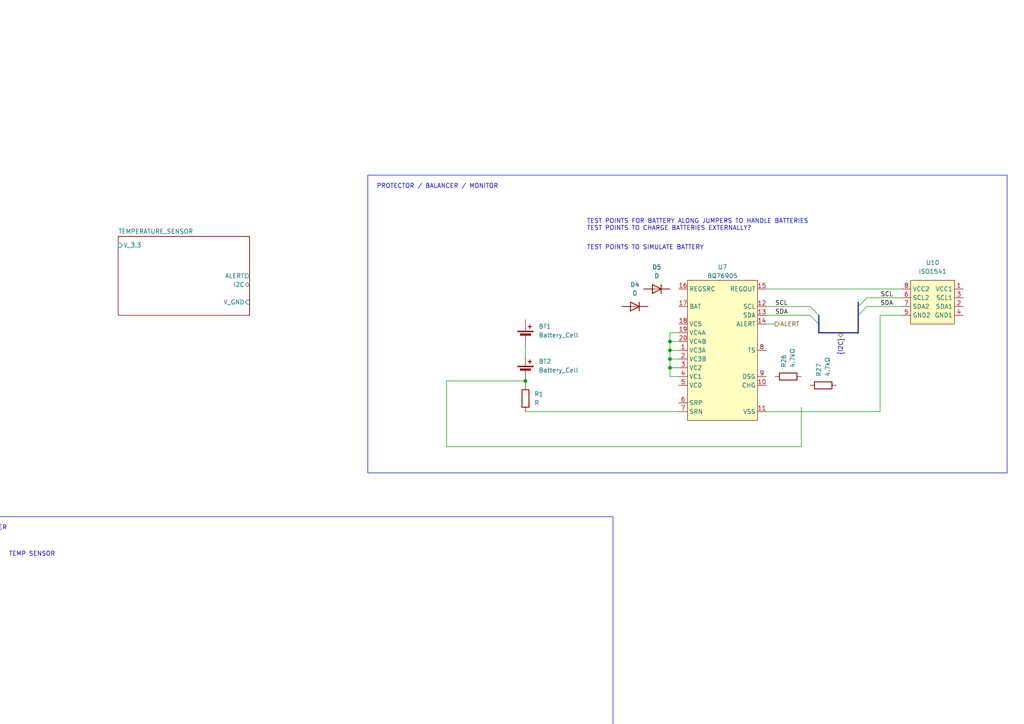
<source format=kicad_sch>
(kicad_sch (version 20231120) (generator "eeschema") (generator_version "8.0")
  (paper "A4")
  (lib_symbols
    (symbol "CUBESAT:BQ76905"
      (property "Reference" "U" (at 0 23.114 0))
      (property "Value" "BQ76905" (at 0 21.336 0))
      (symbol "BQ76905_0_0"
        (pin input line (at -12.7 0 0) (length 2.54) (name "VC3A") (number "1"))
        (pin output line (at 12.7 -10.16 180) (length 2.54) (name "CHG") (number "10"))
        (pin power_in line (at 12.7 -17.78 180) (length 2.54) (name "VSS") (number "11"))
        (pin input line (at 12.7 12.7 180) (length 2.54) (name "SCL") (number "12"))
        (pin bidirectional line (at 12.7 10.16 180) (length 2.54) (name "SDA") (number "13"))
        (pin output line (at 12.7 7.62 180) (length 2.54) (name "ALERT") (number "14"))
        (pin power_out line (at 12.7 17.78 180) (length 2.54) (name "REGOUT") (number "15"))
        (pin power_in line (at -12.7 17.78 0) (length 2.54) (name "REGSRC") (number "16"))
        (pin power_in line (at -12.7 12.7 0) (length 2.54) (name "BAT") (number "17"))
        (pin unspecified line (at -12.7 7.62 0) (length 2.54) (name "VC5") (number "18"))
        (pin unspecified line (at -12.7 5.08 0) (length 2.54) (name "VC4A") (number "19"))
        (pin input line (at -12.7 -2.54 0) (length 2.54) (name "VC3B") (number "2"))
        (pin unspecified line (at -12.7 2.54 0) (length 2.54) (name "VC4B") (number "20"))
        (pin input line (at -12.7 -5.08 0) (length 2.54) (name "VC2") (number "3"))
        (pin input line (at -12.7 -7.62 0) (length 2.54) (name "VC1") (number "4"))
        (pin input line (at -12.7 -10.16 0) (length 2.54) (name "VC0") (number "5"))
        (pin input line (at -12.7 -15.24 0) (length 2.54) (name "SRP") (number "6"))
        (pin input line (at -12.7 -17.78 0) (length 2.54) (name "SRN") (number "7"))
        (pin bidirectional line (at 12.7 0 180) (length 2.54) (name "TS") (number "8"))
        (pin output line (at 12.7 -7.62 180) (length 2.54) (name "DSG") (number "9"))
      )
      (symbol "BQ76905_1_1"
        (rectangle (start -10.16 20.32) (end 10.16 -20.32) (fill (type background)))
      )
    )
    (symbol "CUBESAT:ISO1541D"
      (property "Reference" "U" (at 0 10.16 0))
      (property "Value" "ISO1541" (at 0 7.62 0))
      (symbol "ISO1541D_0_0"
        (pin power_in line (at -8.89 3.81 0) (length 2.54) (name "VCC1") (number "1"))
        (pin bidirectional line (at -8.89 -1.27 0) (length 2.54) (name "SDA1") (number "2"))
        (pin input line (at -8.89 1.27 0) (length 2.54) (name "SCL1") (number "3"))
        (pin power_in line (at -8.89 -3.81 0) (length 2.54) (name "GND1") (number "4"))
        (pin power_in line (at 8.89 -3.81 180) (length 2.54) (name "GND2") (number "5"))
        (pin output line (at 8.89 1.27 180) (length 2.54) (name "SCL2") (number "6"))
        (pin bidirectional line (at 8.89 -1.27 180) (length 2.54) (name "SDA2") (number "7"))
        (pin power_in line (at 8.89 3.81 180) (length 2.54) (name "VCC2") (number "8"))
      )
      (symbol "ISO1541D_1_1"
        (rectangle (start -6.35 6.35) (end 6.35 -6.35) (fill (type background)))
      )
    )
    (symbol "Device:Battery_Cell" (pin_numbers hide) (pin_names (offset 0) hide)
      (property "Reference" "BT" (at 2.54 2.54 0))
      (property "Value" "Battery_Cell" (at 2.54 0 0))
      (symbol "Battery_Cell_0_1"
        (rectangle (start -2.286 1.778) (end 2.286 1.524) (fill (type outline)))
        (rectangle (start -1.524 1.016) (end 1.524 0.508) (fill (type outline)))
        (polyline (pts (xy 0 0.762) (xy 0 0)))
        (polyline (pts (xy 0 1.778) (xy 0 2.54)))
        (polyline (pts (xy 0.762 3.048) (xy 1.778 3.048)) (stroke (width 0.254)))
        (polyline (pts (xy 1.27 3.556) (xy 1.27 2.54)) (stroke (width 0.254)))
      )
      (symbol "Battery_Cell_1_1"
        (pin passive line (at 0 5.08 270) (length 2.54) (name "+") (number "1"))
        (pin passive line (at 0 -2.54 90) (length 2.54) (name "-") (number "2"))
      )
    )
    (symbol "Device:D" (pin_numbers hide) (pin_names (offset 1.016) hide)
      (property "Reference" "D" (at 0 2.54 0))
      (property "Value" "D" (at 0 -2.54 0))
      (symbol "D_0_1"
        (polyline (pts (xy -1.27 1.27) (xy -1.27 -1.27)) (stroke (width 0.254)))
        (polyline (pts (xy 1.27 0) (xy -1.27 0)))
        (polyline (pts (xy 1.27 1.27) (xy 1.27 -1.27) (xy -1.27 0) (xy 1.27 1.27)) (stroke (width 0.254)))
      )
      (symbol "D_1_1"
        (pin passive line (at -3.81 0 0) (length 2.54) (name "K") (number "1"))
        (pin passive line (at 3.81 0 180) (length 2.54) (name "A") (number "2"))
      )
    )
    (symbol "Device:R" (pin_numbers hide) (pin_names (offset 0))
      (property "Reference" "R" (at 2.032 0 90))
      (property "Value" "R" (at 0 0 90))
      (symbol "R_0_1"
        (rectangle (start -1.016 -2.54) (end 1.016 2.54) (stroke (width 0.254)))
      )
      (symbol "R_1_1"
        (pin passive line (at 0 3.81 270) (length 1.27) (name "~") (number "1"))
        (pin passive line (at 0 -3.81 90) (length 1.27) (name "~") (number "2"))
      )
    )
  )
  (bus_alias "I2C" (members "SCL" "SDA"))
  (junction (at 194.31 106.68))
  (junction (at 194.31 101.6))
  (junction (at 152.4 110.49))
  (junction (at 194.31 104.14))
  (junction (at 194.31 99.06))
  (bus_entry (at 248.92 88.9) (size 2.54 -2.54))
  (bus_entry (at 237.49 93.98) (size -2.54 -2.54))
  (bus_entry (at 248.92 91.44) (size 2.54 -2.54))
  (bus_entry (at 237.49 91.44) (size -2.54 -2.54))
  (wire (pts (xy 194.31 106.68) (xy 194.31 104.14)))
  (wire (pts (xy 234.95 88.9) (xy 222.25 88.9)))
  (bus (pts (xy 237.49 91.44) (xy 237.49 93.98)))
  (wire (pts (xy 224.79 93.98) (xy 222.25 93.98)))
  (wire (pts (xy 194.31 99.06) (xy 196.85 99.06)))
  (wire (pts (xy 255.27 91.44) (xy 261.62 91.44)))
  (wire (pts (xy 129.54 129.54) (xy 129.54 110.49)))
  (wire (pts (xy 232.41 118.11) (xy 232.41 129.54)))
  (wire (pts (xy 234.95 91.44) (xy 222.25 91.44)))
  (wire (pts (xy 222.25 83.82) (xy 261.62 83.82)))
  (wire (pts (xy 196.85 109.22) (xy 194.31 109.22)))
  (wire (pts (xy 196.85 96.52) (xy 194.31 96.52)))
  (bus (pts (xy 248.92 87.63) (xy 248.92 88.9)))
  (bus (pts (xy 237.49 96.52) (xy 248.92 96.52)))
  (wire (pts (xy 196.85 104.14) (xy 194.31 104.14)))
  (wire (pts (xy 222.25 119.38) (xy 255.27 119.38)))
  (wire (pts (xy 194.31 104.14) (xy 194.31 101.6)))
  (wire (pts (xy 194.31 109.22) (xy 194.31 106.68)))
  (wire (pts (xy 196.85 106.68) (xy 194.31 106.68)))
  (wire (pts (xy 232.41 129.54) (xy 129.54 129.54)))
  (bus (pts (xy 248.92 88.9) (xy 248.92 91.44)))
  (wire (pts (xy 196.85 119.38) (xy 152.4 119.38)))
  (wire (pts (xy 255.27 119.38) (xy 255.27 91.44)))
  (wire (pts (xy 196.85 101.6) (xy 194.31 101.6)))
  (wire (pts (xy 251.46 86.36) (xy 261.62 86.36)))
  (wire (pts (xy 129.54 110.49) (xy 152.4 110.49)))
  (bus (pts (xy 248.92 91.44) (xy 248.92 96.52)))
  (wire (pts (xy 152.4 111.76) (xy 152.4 110.49)))
  (wire (pts (xy 251.46 88.9) (xy 261.62 88.9)))
  (wire (pts (xy 194.31 101.6) (xy 194.31 99.06)))
  (wire (pts (xy 152.4 102.87) (xy 152.4 100.33)))
  (wire (pts (xy 194.31 96.52) (xy 194.31 99.06)))
  (bus (pts (xy 237.49 96.52) (xy 237.49 93.98)))
  (rectangle (start -7.62 149.86) (end 177.8 236.22))
  (rectangle (start 106.68 50.8) (end 292.1 137.16))
  (text "TEMP SENSOR" (at 2.54 160.02 0) (effects (font (size 1.27 1.27)) (justify left top)))
  (text "PROTECTOR / BALANCER / MONITOR" (at 109.22 53.34 0) (effects (font (size 1.27 1.27)) (justify left top)))
  (text "TEST POINTS TO SIMULATE BATTERY" (at 170.18 71.12 0) (effects (font (size 1.27 1.27)) (justify left top)))
  (text "HEATER" (at -5.08 152.4 0) (effects (font (size 1.27 1.27)) (justify left top)))
  (text "TEST POINTS FOR BATTERY ALONG JUMPERS TO HANDLE BATTERIES\nTEST POINTS TO CHARGE BATTERIES EXTERNALLY?" (at 170.18 63.5 0) (effects (font (size 1.27 1.27)) (justify left top)))
  (label "SCL" (at 259.08 86.36 180))
  (label "SCL" (at 224.79 88.9 0))
  (label "SDA" (at 259.08 88.9 180))
  (label "SDA" (at 224.79 91.44 0))
  (hierarchical_label "ALERT" (shape output) (at 224.79 93.98 0))
  (hierarchical_label "{I2C}" (shape bidirectional) (at 243.84 96.52 270))
  (symbol (lib_id "Device:D") (at 190.5 83.82 180) (unit 1)
    (property "Reference" "D5" (at 190.5 77.47 0))
    (property "Value" "D" (at 190.5 80.01 0))
    (property "Description" "Diode" (effects (hide yes)))
    (property "Sim.Device" "D" (effects (hide yes)))
    (property "Sim.Pins" "1=K 2=A" (effects (hide yes)))
  )
  (symbol (lib_id "Device:R") (at 152.4 115.57 0) (unit 1)
    (property "Reference" "R1" (at 154.94 114.2999 0) (effects (justify left)))
    (property "Value" "R" (at 154.94 116.8399 0) (effects (justify left)))
    (property "Description" "Resistor" (effects (hide yes)))
  )
  (symbol (lib_id "CUBESAT:BQ76905") (at 209.55 101.6 0) (unit 1)
    (property "Reference" "U7" (at 209.55 77.47 0))
    (property "Value" "BQ76905" (at 209.55 80.01 0))
    (property "Datasheet" "https://www.ti.com/lit/ds/symlink/bq76905.pdf" (effects (hide yes)))
    (property "Description" "2-Series to 5-Series High Accuracy Battery Monitor and Protector for Li-Ion, Li-Polymer, LiFePO4  (LFP), and LTO Battery Packs" (effects (hide yes)))
  )
  (symbol (lib_id "Device:Battery_Cell") (at 152.4 97.79 0) (unit 1)
    (property "Reference" "BT1" (at 156.21 94.6784 0) (effects (justify left)))
    (property "Value" "Battery_Cell" (at 156.21 97.2184 0) (effects (justify left)))
    (property "Description" "Single-cell battery" (effects (hide yes)))
  )
  (symbol (lib_id "Device:D") (at 184.15 88.9 180) (unit 1)
    (property "Reference" "D4" (at 184.15 82.55 0))
    (property "Value" "D" (at 184.15 85.09 0))
    (property "Description" "Diode" (effects (hide yes)))
    (property "Sim.Device" "D" (effects (hide yes)))
    (property "Sim.Pins" "1=K 2=A" (effects (hide yes)))
  )
  (symbol (lib_id "Device:Battery_Cell") (at 152.4 107.95 0) (unit 1)
    (property "Reference" "BT2" (at 156.21 104.8384 0) (effects (justify left)))
    (property "Value" "Battery_Cell" (at 156.21 107.3784 0) (effects (justify left)))
    (property "Description" "Single-cell battery" (effects (hide yes)))
  )
  (symbol (lib_id "Device:R") (at 228.6 109.22 90) (unit 1)
    (property "Reference" "R26" (at 227.3299 106.68 0) (effects (justify left)))
    (property "Value" "4.7kΩ" (at 229.8699 106.68 0) (effects (justify left)))
    (property "Footprint" "Resistor_SMD:R_0603_1608Metric" (effects (hide yes)))
    (property "Description" "Resistor" (effects (hide yes)))
  )
  (symbol (lib_id "CUBESAT:ISO1541D") (at 270.51 87.63 0) (mirror y) (unit 1)
    (property "Reference" "U10" (at 270.51 76.2 0))
    (property "Value" "ISO1541" (at 270.51 78.74 0))
    (property "Datasheet" "https://www.ti.com/lit/ds/symlink/iso1541.pdf" (effects (hide yes)))
    (property "Description" "Low-Power Bidirectional I2C Isolators" (effects (hide yes)))
  )
  (symbol (lib_id "Device:R") (at 238.76 111.76 90) (unit 1)
    (property "Reference" "R27" (at 237.4899 109.22 0) (effects (justify left)))
    (property "Value" "4.7kΩ" (at 240.0299 109.22 0) (effects (justify left)))
    (property "Footprint" "Resistor_SMD:R_0603_1608Metric" (effects (hide yes)))
    (property "Description" "Resistor" (effects (hide yes)))
  )
  (sheet (at 34.29 68.58) (size 38.1 22.86) (stroke (width 0.1524))
    (property "Sheetname" "TEMPERATURE_SENSOR" (at 34.29 67.8684 0) (effects (justify left bottom)))
    (property "Sheetfile" "../../COMMAND/KICAD/temperature_sensor.kicad_sch" (effects (hide yes)))
    (pin "I2C" bidirectional (at 72.39 82.55 0))
    (pin "V_3.3" input (at 34.29 71.12 180))
    (pin "ALERT" output (at 72.39 80.01 0))
    (pin "V_GND" input (at 72.39 87.63 0))
  )
)
</source>
